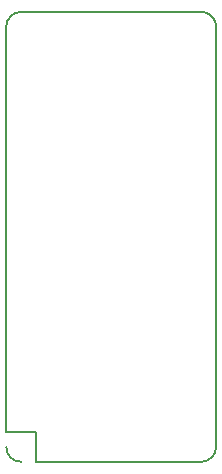
<source format=gbr>
G04 #@! TF.FileFunction,Legend,Bot*
%FSLAX46Y46*%
G04 Gerber Fmt 4.6, Leading zero omitted, Abs format (unit mm)*
G04 Created by KiCad (PCBNEW 4.0.7-e2-6376~58~ubuntu16.04.1) date Mon Dec 18 21:23:22 2017*
%MOMM*%
%LPD*%
G01*
G04 APERTURE LIST*
%ADD10C,0.100000*%
%ADD11C,0.150000*%
G04 APERTURE END LIST*
D10*
D11*
X156819600Y-95656400D02*
G75*
G02X158089600Y-94386400I1270000J0D01*
G01*
X173329600Y-94386400D02*
G75*
G02X174599600Y-95656400I0J-1270000D01*
G01*
X174599600Y-131216400D02*
G75*
G02X173329600Y-132486400I-1270000J0D01*
G01*
X158089600Y-132486400D02*
G75*
G02X156819600Y-131216400I0J1270000D01*
G01*
X174599600Y-95656400D02*
X174599600Y-131216400D01*
X158089600Y-94386400D02*
X173329600Y-94386400D01*
X156819600Y-129946400D02*
X156819600Y-95656400D01*
X159359600Y-129946400D02*
X156819600Y-129946400D01*
X159359600Y-132486400D02*
X159359600Y-129946400D01*
X159359600Y-132486400D02*
X173329600Y-132486400D01*
M02*

</source>
